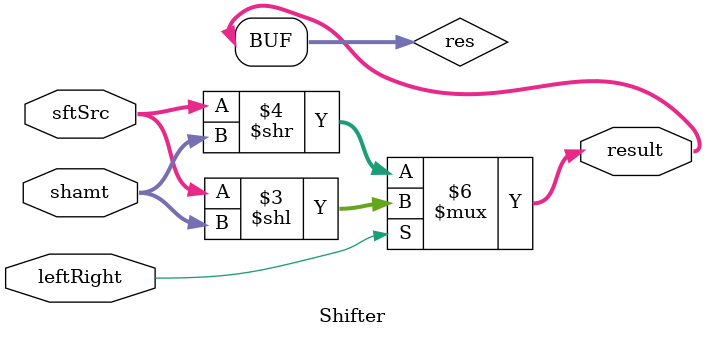
<source format=v>
module Shifter( result, leftRight, shamt, sftSrc );

//I/O ports 
output	[32-1:0] result;

input	leftRight;
input	[5-1:0] shamt;
input	[32-1:0] sftSrc ;

//Internal Signals
wire	[32-1:0] result;
  
//Main function
/*your code here*/
reg [32-1:0] res;
always @(*) begin
	if(leftRight == 1) res = (sftSrc << shamt); // shift left
	else res = (sftSrc >> shamt); // shift right
end

assign result = res;

endmodule
</source>
